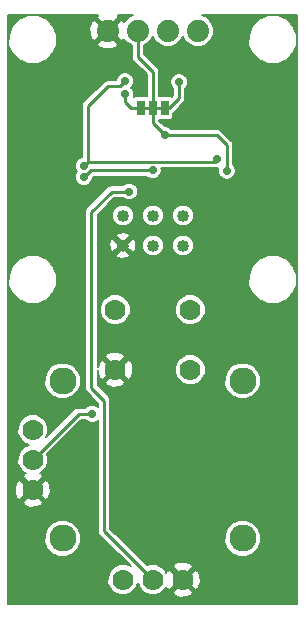
<source format=gbl>
G04 #@! TF.FileFunction,Copper,L2,Bot,Signal*
%FSLAX46Y46*%
G04 Gerber Fmt 4.6, Leading zero omitted, Abs format (unit mm)*
G04 Created by KiCad (PCBNEW 4.0.6) date 02/21/18 15:14:43*
%MOMM*%
%LPD*%
G01*
G04 APERTURE LIST*
%ADD10C,0.100000*%
%ADD11C,0.254000*%
%ADD12C,1.778000*%
%ADD13C,2.286000*%
%ADD14C,1.879600*%
%ADD15C,1.016000*%
%ADD16R,0.635000X1.270000*%
%ADD17C,0.700000*%
%ADD18C,0.250000*%
%ADD19C,0.203200*%
G04 APERTURE END LIST*
D10*
D11*
X149860000Y-99771200D02*
X150876000Y-99771200D01*
X149860000Y-99771200D02*
X148844000Y-99771200D01*
D12*
X146685000Y-116840000D03*
X153035000Y-116840000D03*
X146685000Y-121920000D03*
X153035000Y-121920000D03*
X147320000Y-139700000D03*
X149860000Y-139700000D03*
X152400000Y-139700000D03*
D13*
X142240000Y-122872500D03*
X142240000Y-136207500D03*
X157480000Y-136207500D03*
X157480000Y-122872500D03*
D12*
X139700000Y-127000000D03*
X139700000Y-129540000D03*
X139700000Y-132080000D03*
D14*
X146050000Y-93218000D03*
X148590000Y-93218000D03*
X151130000Y-93218000D03*
X153670000Y-93218000D03*
D15*
X152400000Y-108864400D03*
X152400000Y-111404400D03*
X149860000Y-108864400D03*
X149860000Y-111404400D03*
X147320000Y-108864400D03*
X147320000Y-111404400D03*
D16*
X148844000Y-99771200D03*
X149860000Y-99771200D03*
X150876000Y-99771200D03*
D17*
X147523200Y-98602800D03*
X152095200Y-97586800D03*
X156133800Y-105079800D03*
X150876000Y-102057200D03*
X155321000Y-104063800D03*
X147523200Y-97485200D03*
X144018000Y-104648000D03*
X149860000Y-105040300D03*
X144018000Y-105613200D03*
X147878800Y-106832400D03*
X144693001Y-125664599D03*
D18*
X147523200Y-99263200D02*
X148031200Y-99771200D01*
X148031200Y-99771200D02*
X149047200Y-99771200D01*
X147523200Y-98602800D02*
X147523200Y-99263200D01*
X152095200Y-97586800D02*
X152095200Y-98916300D01*
X152095200Y-98916300D02*
X151240300Y-99771200D01*
X151240300Y-99771200D02*
X150672800Y-99771200D01*
X156133800Y-105079800D02*
X156133800Y-102895400D01*
X156133800Y-102895400D02*
X155295600Y-102057200D01*
X155295600Y-102057200D02*
X153039502Y-102057200D01*
X153039502Y-102057200D02*
X150876000Y-102057200D01*
X149860000Y-99771200D02*
X149860000Y-101041200D01*
X149860000Y-101041200D02*
X150876000Y-102057200D01*
X148590000Y-95402400D02*
X148590000Y-93218000D01*
X149860000Y-96672400D02*
X148590000Y-95402400D01*
X149860000Y-99771200D02*
X149860000Y-96672400D01*
X144367999Y-104298001D02*
X155086799Y-104298001D01*
X155086799Y-104298001D02*
X155321000Y-104063800D01*
X144018000Y-104648000D02*
X144367999Y-104298001D01*
X144367999Y-99624401D02*
X146064601Y-97927799D01*
X146064601Y-97927799D02*
X147080601Y-97927799D01*
X147080601Y-97927799D02*
X147523200Y-97485200D01*
X144367999Y-104298001D02*
X144367999Y-99624401D01*
X144018000Y-105613200D02*
X144590900Y-105040300D01*
X144590900Y-105040300D02*
X149860000Y-105040300D01*
X144653000Y-123469400D02*
X145745200Y-124561600D01*
X145745200Y-124561600D02*
X145745200Y-125984000D01*
X144653000Y-108559600D02*
X144653000Y-123469400D01*
X146380200Y-106832400D02*
X144653000Y-108559600D01*
X147878800Y-106832400D02*
X146380200Y-106832400D01*
X145745200Y-125984000D02*
X145745200Y-135585200D01*
X145745200Y-135585200D02*
X149860000Y-139700000D01*
X144693001Y-125664599D02*
X143575401Y-125664599D01*
X143575401Y-125664599D02*
X139700000Y-129540000D01*
D19*
G36*
X145154240Y-92106714D02*
X146050000Y-93002474D01*
X146945760Y-92106714D01*
X146875575Y-91921400D01*
X148202792Y-91921400D01*
X147828435Y-92076081D01*
X147449412Y-92454443D01*
X147438266Y-92481286D01*
X147411666Y-92417068D01*
X147161286Y-92322240D01*
X146265526Y-93218000D01*
X147161286Y-94113760D01*
X147411666Y-94018932D01*
X147435770Y-93949770D01*
X147448081Y-93979565D01*
X147826443Y-94358588D01*
X148058600Y-94454988D01*
X148058600Y-95402395D01*
X148058599Y-95402400D01*
X148099050Y-95605758D01*
X148214243Y-95778157D01*
X149328600Y-96892513D01*
X149328600Y-98758509D01*
X149322710Y-98754485D01*
X149161500Y-98721839D01*
X148526500Y-98721839D01*
X148375897Y-98750177D01*
X148246428Y-98833488D01*
X148279469Y-98753917D01*
X148279731Y-98453003D01*
X148164819Y-98174893D01*
X148034112Y-98043958D01*
X148164071Y-97914226D01*
X148279469Y-97636317D01*
X148279731Y-97335403D01*
X148164819Y-97057293D01*
X147952226Y-96844329D01*
X147674317Y-96728931D01*
X147373403Y-96728669D01*
X147095293Y-96843581D01*
X146882329Y-97056174D01*
X146766931Y-97334083D01*
X146766877Y-97396399D01*
X146064606Y-97396399D01*
X146064601Y-97396398D01*
X145867105Y-97435683D01*
X145861243Y-97436849D01*
X145688844Y-97552042D01*
X145688842Y-97552045D01*
X143992242Y-99248644D01*
X143877049Y-99421043D01*
X143836598Y-99624401D01*
X143836599Y-99624406D01*
X143836599Y-103904527D01*
X143590093Y-104006381D01*
X143377129Y-104218974D01*
X143261731Y-104496883D01*
X143261469Y-104797797D01*
X143376381Y-105075907D01*
X143430888Y-105130509D01*
X143377129Y-105184174D01*
X143261731Y-105462083D01*
X143261469Y-105762997D01*
X143376381Y-106041107D01*
X143588974Y-106254071D01*
X143866883Y-106369469D01*
X144167797Y-106369731D01*
X144445907Y-106254819D01*
X144658871Y-106042226D01*
X144774269Y-105764317D01*
X144774405Y-105608309D01*
X144811014Y-105571700D01*
X149321694Y-105571700D01*
X149430974Y-105681171D01*
X149708883Y-105796569D01*
X150009797Y-105796831D01*
X150287907Y-105681919D01*
X150500871Y-105469326D01*
X150616269Y-105191417D01*
X150616531Y-104890503D01*
X150591284Y-104829401D01*
X155086794Y-104829401D01*
X155086799Y-104829402D01*
X155158170Y-104815205D01*
X155169883Y-104820069D01*
X155422540Y-104820289D01*
X155377531Y-104928683D01*
X155377269Y-105229597D01*
X155492181Y-105507707D01*
X155704774Y-105720671D01*
X155982683Y-105836069D01*
X156283597Y-105836331D01*
X156561707Y-105721419D01*
X156774671Y-105508826D01*
X156890069Y-105230917D01*
X156890331Y-104930003D01*
X156775419Y-104651893D01*
X156665200Y-104541482D01*
X156665200Y-102895405D01*
X156665201Y-102895400D01*
X156624750Y-102692042D01*
X156555632Y-102588600D01*
X156509557Y-102519643D01*
X156509554Y-102519641D01*
X155671357Y-101681443D01*
X155498958Y-101566250D01*
X155295600Y-101525799D01*
X155295595Y-101525800D01*
X151414306Y-101525800D01*
X151305026Y-101416329D01*
X151027117Y-101300931D01*
X150871109Y-101300795D01*
X150391400Y-100821086D01*
X150391400Y-100783891D01*
X150397290Y-100787915D01*
X150558500Y-100820561D01*
X151193500Y-100820561D01*
X151344103Y-100792223D01*
X151482422Y-100703217D01*
X151575215Y-100567410D01*
X151607861Y-100406200D01*
X151607861Y-100152433D01*
X151616057Y-100146957D01*
X152470954Y-99292059D01*
X152470957Y-99292057D01*
X152586150Y-99119658D01*
X152603621Y-99031826D01*
X152626601Y-98916300D01*
X152626600Y-98916295D01*
X152626600Y-98125106D01*
X152736071Y-98015826D01*
X152851469Y-97737917D01*
X152851731Y-97437003D01*
X152736819Y-97158893D01*
X152524226Y-96945929D01*
X152246317Y-96830531D01*
X151945403Y-96830269D01*
X151667293Y-96945181D01*
X151454329Y-97157774D01*
X151338931Y-97435683D01*
X151338669Y-97736597D01*
X151453581Y-98014707D01*
X151563800Y-98125118D01*
X151563800Y-98696187D01*
X151444293Y-98815694D01*
X151354710Y-98754485D01*
X151193500Y-98721839D01*
X150558500Y-98721839D01*
X150407897Y-98750177D01*
X150391400Y-98760793D01*
X150391400Y-96672400D01*
X150350950Y-96469042D01*
X150235757Y-96296643D01*
X150235754Y-96296641D01*
X149121400Y-95182286D01*
X149121400Y-94455021D01*
X149351565Y-94359919D01*
X149730588Y-93981557D01*
X149860065Y-93669742D01*
X149988081Y-93979565D01*
X150366443Y-94358588D01*
X150861049Y-94563966D01*
X151396601Y-94564434D01*
X151891565Y-94359919D01*
X152270588Y-93981557D01*
X152400065Y-93669742D01*
X152528081Y-93979565D01*
X152906443Y-94358588D01*
X153401049Y-94563966D01*
X153936601Y-94564434D01*
X154364942Y-94387447D01*
X157962244Y-94387447D01*
X158274804Y-95143901D01*
X158853055Y-95723162D01*
X159608962Y-96037042D01*
X160427447Y-96037756D01*
X161183901Y-95725196D01*
X161763162Y-95146945D01*
X162077042Y-94391038D01*
X162077756Y-93572553D01*
X161765196Y-92816099D01*
X161186945Y-92236838D01*
X160431038Y-91922958D01*
X159612553Y-91922244D01*
X158856099Y-92234804D01*
X158276838Y-92813055D01*
X157962958Y-93568962D01*
X157962244Y-94387447D01*
X154364942Y-94387447D01*
X154431565Y-94359919D01*
X154810588Y-93981557D01*
X155015966Y-93486951D01*
X155016434Y-92951399D01*
X154811919Y-92456435D01*
X154433557Y-92077412D01*
X154057838Y-91921400D01*
X162078600Y-91921400D01*
X162078600Y-141758600D01*
X137641400Y-141758600D01*
X137641400Y-136514343D01*
X140690331Y-136514343D01*
X140925716Y-137084018D01*
X141361189Y-137520252D01*
X141930453Y-137756631D01*
X142546843Y-137757169D01*
X143116518Y-137521784D01*
X143552752Y-137086311D01*
X143789131Y-136517047D01*
X143789669Y-135900657D01*
X143554284Y-135330982D01*
X143118811Y-134894748D01*
X142549547Y-134658369D01*
X141933157Y-134657831D01*
X141363482Y-134893216D01*
X140927248Y-135328689D01*
X140690869Y-135897953D01*
X140690331Y-136514343D01*
X137641400Y-136514343D01*
X137641400Y-133154442D01*
X138841084Y-133154442D01*
X138929661Y-133399559D01*
X139493272Y-133593909D01*
X140088357Y-133557781D01*
X140470339Y-133399559D01*
X140558916Y-133154442D01*
X139700000Y-132295526D01*
X138841084Y-133154442D01*
X137641400Y-133154442D01*
X137641400Y-131873272D01*
X138186091Y-131873272D01*
X138222219Y-132468357D01*
X138380441Y-132850339D01*
X138625558Y-132938916D01*
X139484474Y-132080000D01*
X139915526Y-132080000D01*
X140774442Y-132938916D01*
X141019559Y-132850339D01*
X141213909Y-132286728D01*
X141177781Y-131691643D01*
X141019559Y-131309661D01*
X140774442Y-131221084D01*
X139915526Y-132080000D01*
X139484474Y-132080000D01*
X138625558Y-131221084D01*
X138380441Y-131309661D01*
X138186091Y-131873272D01*
X137641400Y-131873272D01*
X137641400Y-127256540D01*
X138404376Y-127256540D01*
X138601173Y-127732826D01*
X138965257Y-128097546D01*
X139381008Y-128270181D01*
X138967174Y-128441173D01*
X138602454Y-128805257D01*
X138404826Y-129281199D01*
X138404376Y-129796540D01*
X138601173Y-130272826D01*
X138965257Y-130637546D01*
X139095646Y-130691688D01*
X138929661Y-130760441D01*
X138841084Y-131005558D01*
X139700000Y-131864474D01*
X140558916Y-131005558D01*
X140470339Y-130760441D01*
X140289455Y-130698067D01*
X140432826Y-130638827D01*
X140797546Y-130274743D01*
X140995174Y-129798801D01*
X140995624Y-129283460D01*
X140911544Y-129079970D01*
X143795514Y-126195999D01*
X144154695Y-126195999D01*
X144263975Y-126305470D01*
X144541884Y-126420868D01*
X144842798Y-126421130D01*
X145120908Y-126306218D01*
X145213800Y-126213488D01*
X145213800Y-135585195D01*
X145213799Y-135585200D01*
X145254250Y-135788558D01*
X145369443Y-135960957D01*
X147979836Y-138571350D01*
X147578801Y-138404826D01*
X147063460Y-138404376D01*
X146587174Y-138601173D01*
X146222454Y-138965257D01*
X146024826Y-139441199D01*
X146024376Y-139956540D01*
X146221173Y-140432826D01*
X146585257Y-140797546D01*
X147061199Y-140995174D01*
X147576540Y-140995624D01*
X148052826Y-140798827D01*
X148417546Y-140434743D01*
X148590181Y-140018992D01*
X148761173Y-140432826D01*
X149125257Y-140797546D01*
X149601199Y-140995174D01*
X150116540Y-140995624D01*
X150592826Y-140798827D01*
X150617253Y-140774442D01*
X151541084Y-140774442D01*
X151629661Y-141019559D01*
X152193272Y-141213909D01*
X152788357Y-141177781D01*
X153170339Y-141019559D01*
X153258916Y-140774442D01*
X152400000Y-139915526D01*
X151541084Y-140774442D01*
X150617253Y-140774442D01*
X150957546Y-140434743D01*
X151011688Y-140304354D01*
X151080441Y-140470339D01*
X151325558Y-140558916D01*
X152184474Y-139700000D01*
X152615526Y-139700000D01*
X153474442Y-140558916D01*
X153719559Y-140470339D01*
X153913909Y-139906728D01*
X153877781Y-139311643D01*
X153719559Y-138929661D01*
X153474442Y-138841084D01*
X152615526Y-139700000D01*
X152184474Y-139700000D01*
X151325558Y-138841084D01*
X151080441Y-138929661D01*
X151018067Y-139110545D01*
X150958827Y-138967174D01*
X150617807Y-138625558D01*
X151541084Y-138625558D01*
X152400000Y-139484474D01*
X153258916Y-138625558D01*
X153170339Y-138380441D01*
X152606728Y-138186091D01*
X152011643Y-138222219D01*
X151629661Y-138380441D01*
X151541084Y-138625558D01*
X150617807Y-138625558D01*
X150594743Y-138602454D01*
X150118801Y-138404826D01*
X149603460Y-138404376D01*
X149399970Y-138488456D01*
X147425857Y-136514343D01*
X155930331Y-136514343D01*
X156165716Y-137084018D01*
X156601189Y-137520252D01*
X157170453Y-137756631D01*
X157786843Y-137757169D01*
X158356518Y-137521784D01*
X158792752Y-137086311D01*
X159029131Y-136517047D01*
X159029669Y-135900657D01*
X158794284Y-135330982D01*
X158358811Y-134894748D01*
X157789547Y-134658369D01*
X157173157Y-134657831D01*
X156603482Y-134893216D01*
X156167248Y-135328689D01*
X155930869Y-135897953D01*
X155930331Y-136514343D01*
X147425857Y-136514343D01*
X146276600Y-135365086D01*
X146276600Y-124561605D01*
X146276601Y-124561600D01*
X146236150Y-124358242D01*
X146120957Y-124185843D01*
X145184400Y-123249286D01*
X145184400Y-122994442D01*
X145826084Y-122994442D01*
X145914661Y-123239559D01*
X146478272Y-123433909D01*
X147073357Y-123397781D01*
X147455339Y-123239559D01*
X147543916Y-122994442D01*
X146685000Y-122135526D01*
X145826084Y-122994442D01*
X145184400Y-122994442D01*
X145184400Y-121932492D01*
X145207219Y-122308357D01*
X145365441Y-122690339D01*
X145610558Y-122778916D01*
X146469474Y-121920000D01*
X146900526Y-121920000D01*
X147759442Y-122778916D01*
X148004559Y-122690339D01*
X148181732Y-122176540D01*
X151739376Y-122176540D01*
X151936173Y-122652826D01*
X152300257Y-123017546D01*
X152776199Y-123215174D01*
X153291540Y-123215624D01*
X153379346Y-123179343D01*
X155930331Y-123179343D01*
X156165716Y-123749018D01*
X156601189Y-124185252D01*
X157170453Y-124421631D01*
X157786843Y-124422169D01*
X158356518Y-124186784D01*
X158792752Y-123751311D01*
X159029131Y-123182047D01*
X159029669Y-122565657D01*
X158794284Y-121995982D01*
X158358811Y-121559748D01*
X157789547Y-121323369D01*
X157173157Y-121322831D01*
X156603482Y-121558216D01*
X156167248Y-121993689D01*
X155930869Y-122562953D01*
X155930331Y-123179343D01*
X153379346Y-123179343D01*
X153767826Y-123018827D01*
X154132546Y-122654743D01*
X154330174Y-122178801D01*
X154330624Y-121663460D01*
X154133827Y-121187174D01*
X153769743Y-120822454D01*
X153293801Y-120624826D01*
X152778460Y-120624376D01*
X152302174Y-120821173D01*
X151937454Y-121185257D01*
X151739826Y-121661199D01*
X151739376Y-122176540D01*
X148181732Y-122176540D01*
X148198909Y-122126728D01*
X148162781Y-121531643D01*
X148004559Y-121149661D01*
X147759442Y-121061084D01*
X146900526Y-121920000D01*
X146469474Y-121920000D01*
X145610558Y-121061084D01*
X145365441Y-121149661D01*
X145184400Y-121674676D01*
X145184400Y-120845558D01*
X145826084Y-120845558D01*
X146685000Y-121704474D01*
X147543916Y-120845558D01*
X147455339Y-120600441D01*
X146891728Y-120406091D01*
X146296643Y-120442219D01*
X145914661Y-120600441D01*
X145826084Y-120845558D01*
X145184400Y-120845558D01*
X145184400Y-117096540D01*
X145389376Y-117096540D01*
X145586173Y-117572826D01*
X145950257Y-117937546D01*
X146426199Y-118135174D01*
X146941540Y-118135624D01*
X147417826Y-117938827D01*
X147782546Y-117574743D01*
X147980174Y-117098801D01*
X147980175Y-117096540D01*
X151739376Y-117096540D01*
X151936173Y-117572826D01*
X152300257Y-117937546D01*
X152776199Y-118135174D01*
X153291540Y-118135624D01*
X153767826Y-117938827D01*
X154132546Y-117574743D01*
X154330174Y-117098801D01*
X154330624Y-116583460D01*
X154133827Y-116107174D01*
X153769743Y-115742454D01*
X153293801Y-115544826D01*
X152778460Y-115544376D01*
X152302174Y-115741173D01*
X151937454Y-116105257D01*
X151739826Y-116581199D01*
X151739376Y-117096540D01*
X147980175Y-117096540D01*
X147980624Y-116583460D01*
X147783827Y-116107174D01*
X147419743Y-115742454D01*
X146943801Y-115544826D01*
X146428460Y-115544376D01*
X145952174Y-115741173D01*
X145587454Y-116105257D01*
X145389826Y-116581199D01*
X145389376Y-117096540D01*
X145184400Y-117096540D01*
X145184400Y-114707447D01*
X157962244Y-114707447D01*
X158274804Y-115463901D01*
X158853055Y-116043162D01*
X159608962Y-116357042D01*
X160427447Y-116357756D01*
X161183901Y-116045196D01*
X161763162Y-115466945D01*
X162077042Y-114711038D01*
X162077756Y-113892553D01*
X161765196Y-113136099D01*
X161186945Y-112556838D01*
X160431038Y-112242958D01*
X159612553Y-112242244D01*
X158856099Y-112554804D01*
X158276838Y-113133055D01*
X157962958Y-113888962D01*
X157962244Y-114707447D01*
X145184400Y-114707447D01*
X145184400Y-112201775D01*
X146738151Y-112201775D01*
X146779534Y-112407567D01*
X147204570Y-112538033D01*
X147647179Y-112495913D01*
X147860466Y-112407567D01*
X147901849Y-112201775D01*
X147320000Y-111619926D01*
X146738151Y-112201775D01*
X145184400Y-112201775D01*
X145184400Y-111288970D01*
X146186367Y-111288970D01*
X146228487Y-111731579D01*
X146316833Y-111944866D01*
X146522625Y-111986249D01*
X147104474Y-111404400D01*
X147535526Y-111404400D01*
X148117375Y-111986249D01*
X148323167Y-111944866D01*
X148433479Y-111585487D01*
X148945442Y-111585487D01*
X149084358Y-111921689D01*
X149341358Y-112179138D01*
X149677317Y-112318641D01*
X150041087Y-112318958D01*
X150377289Y-112180042D01*
X150634738Y-111923042D01*
X150774241Y-111587083D01*
X150774242Y-111585487D01*
X151485442Y-111585487D01*
X151624358Y-111921689D01*
X151881358Y-112179138D01*
X152217317Y-112318641D01*
X152581087Y-112318958D01*
X152917289Y-112180042D01*
X153174738Y-111923042D01*
X153314241Y-111587083D01*
X153314558Y-111223313D01*
X153175642Y-110887111D01*
X152918642Y-110629662D01*
X152582683Y-110490159D01*
X152218913Y-110489842D01*
X151882711Y-110628758D01*
X151625262Y-110885758D01*
X151485759Y-111221717D01*
X151485442Y-111585487D01*
X150774242Y-111585487D01*
X150774558Y-111223313D01*
X150635642Y-110887111D01*
X150378642Y-110629662D01*
X150042683Y-110490159D01*
X149678913Y-110489842D01*
X149342711Y-110628758D01*
X149085262Y-110885758D01*
X148945759Y-111221717D01*
X148945442Y-111585487D01*
X148433479Y-111585487D01*
X148453633Y-111519830D01*
X148411513Y-111077221D01*
X148323167Y-110863934D01*
X148117375Y-110822551D01*
X147535526Y-111404400D01*
X147104474Y-111404400D01*
X146522625Y-110822551D01*
X146316833Y-110863934D01*
X146186367Y-111288970D01*
X145184400Y-111288970D01*
X145184400Y-110607025D01*
X146738151Y-110607025D01*
X147320000Y-111188874D01*
X147901849Y-110607025D01*
X147860466Y-110401233D01*
X147435430Y-110270767D01*
X146992821Y-110312887D01*
X146779534Y-110401233D01*
X146738151Y-110607025D01*
X145184400Y-110607025D01*
X145184400Y-109045487D01*
X146405442Y-109045487D01*
X146544358Y-109381689D01*
X146801358Y-109639138D01*
X147137317Y-109778641D01*
X147501087Y-109778958D01*
X147837289Y-109640042D01*
X148094738Y-109383042D01*
X148234241Y-109047083D01*
X148234242Y-109045487D01*
X148945442Y-109045487D01*
X149084358Y-109381689D01*
X149341358Y-109639138D01*
X149677317Y-109778641D01*
X150041087Y-109778958D01*
X150377289Y-109640042D01*
X150634738Y-109383042D01*
X150774241Y-109047083D01*
X150774242Y-109045487D01*
X151485442Y-109045487D01*
X151624358Y-109381689D01*
X151881358Y-109639138D01*
X152217317Y-109778641D01*
X152581087Y-109778958D01*
X152917289Y-109640042D01*
X153174738Y-109383042D01*
X153314241Y-109047083D01*
X153314558Y-108683313D01*
X153175642Y-108347111D01*
X152918642Y-108089662D01*
X152582683Y-107950159D01*
X152218913Y-107949842D01*
X151882711Y-108088758D01*
X151625262Y-108345758D01*
X151485759Y-108681717D01*
X151485442Y-109045487D01*
X150774242Y-109045487D01*
X150774558Y-108683313D01*
X150635642Y-108347111D01*
X150378642Y-108089662D01*
X150042683Y-107950159D01*
X149678913Y-107949842D01*
X149342711Y-108088758D01*
X149085262Y-108345758D01*
X148945759Y-108681717D01*
X148945442Y-109045487D01*
X148234242Y-109045487D01*
X148234558Y-108683313D01*
X148095642Y-108347111D01*
X147838642Y-108089662D01*
X147502683Y-107950159D01*
X147138913Y-107949842D01*
X146802711Y-108088758D01*
X146545262Y-108345758D01*
X146405759Y-108681717D01*
X146405442Y-109045487D01*
X145184400Y-109045487D01*
X145184400Y-108779714D01*
X146600313Y-107363800D01*
X147340494Y-107363800D01*
X147449774Y-107473271D01*
X147727683Y-107588669D01*
X148028597Y-107588931D01*
X148306707Y-107474019D01*
X148519671Y-107261426D01*
X148635069Y-106983517D01*
X148635331Y-106682603D01*
X148520419Y-106404493D01*
X148307826Y-106191529D01*
X148029917Y-106076131D01*
X147729003Y-106075869D01*
X147450893Y-106190781D01*
X147340482Y-106301000D01*
X146380205Y-106301000D01*
X146380200Y-106300999D01*
X146176842Y-106341450D01*
X146004443Y-106456643D01*
X146004441Y-106456646D01*
X144277243Y-108183843D01*
X144162050Y-108356242D01*
X144121599Y-108559600D01*
X144121600Y-108559605D01*
X144121600Y-123469395D01*
X144121599Y-123469400D01*
X144162050Y-123672758D01*
X144277243Y-123845157D01*
X145213800Y-124781714D01*
X145213800Y-125115661D01*
X145122027Y-125023728D01*
X144844118Y-124908330D01*
X144543204Y-124908068D01*
X144265094Y-125022980D01*
X144154683Y-125133199D01*
X143575406Y-125133199D01*
X143575401Y-125133198D01*
X143372043Y-125173649D01*
X143199644Y-125288842D01*
X143199642Y-125288845D01*
X140828650Y-127659837D01*
X140995174Y-127258801D01*
X140995624Y-126743460D01*
X140798827Y-126267174D01*
X140434743Y-125902454D01*
X139958801Y-125704826D01*
X139443460Y-125704376D01*
X138967174Y-125901173D01*
X138602454Y-126265257D01*
X138404826Y-126741199D01*
X138404376Y-127256540D01*
X137641400Y-127256540D01*
X137641400Y-123179343D01*
X140690331Y-123179343D01*
X140925716Y-123749018D01*
X141361189Y-124185252D01*
X141930453Y-124421631D01*
X142546843Y-124422169D01*
X143116518Y-124186784D01*
X143552752Y-123751311D01*
X143789131Y-123182047D01*
X143789669Y-122565657D01*
X143554284Y-121995982D01*
X143118811Y-121559748D01*
X142549547Y-121323369D01*
X141933157Y-121322831D01*
X141363482Y-121558216D01*
X140927248Y-121993689D01*
X140690869Y-122562953D01*
X140690331Y-123179343D01*
X137641400Y-123179343D01*
X137641400Y-114707447D01*
X137642244Y-114707447D01*
X137954804Y-115463901D01*
X138533055Y-116043162D01*
X139288962Y-116357042D01*
X140107447Y-116357756D01*
X140863901Y-116045196D01*
X141443162Y-115466945D01*
X141757042Y-114711038D01*
X141757756Y-113892553D01*
X141445196Y-113136099D01*
X140866945Y-112556838D01*
X140111038Y-112242958D01*
X139292553Y-112242244D01*
X138536099Y-112554804D01*
X137956838Y-113133055D01*
X137642958Y-113888962D01*
X137642244Y-114707447D01*
X137641400Y-114707447D01*
X137641400Y-94387447D01*
X137642244Y-94387447D01*
X137954804Y-95143901D01*
X138533055Y-95723162D01*
X139288962Y-96037042D01*
X140107447Y-96037756D01*
X140863901Y-95725196D01*
X141443162Y-95146945D01*
X141757042Y-94391038D01*
X141757095Y-94329286D01*
X145154240Y-94329286D01*
X145249068Y-94579666D01*
X145831122Y-94782519D01*
X146446499Y-94747188D01*
X146850932Y-94579666D01*
X146945760Y-94329286D01*
X146050000Y-93433526D01*
X145154240Y-94329286D01*
X141757095Y-94329286D01*
X141757756Y-93572553D01*
X141520820Y-92999122D01*
X144485481Y-92999122D01*
X144520812Y-93614499D01*
X144688334Y-94018932D01*
X144938714Y-94113760D01*
X145834474Y-93218000D01*
X144938714Y-92322240D01*
X144688334Y-92417068D01*
X144485481Y-92999122D01*
X141520820Y-92999122D01*
X141445196Y-92816099D01*
X140866945Y-92236838D01*
X140111038Y-91922958D01*
X139292553Y-91922244D01*
X138536099Y-92234804D01*
X137956838Y-92813055D01*
X137642958Y-93568962D01*
X137642244Y-94387447D01*
X137641400Y-94387447D01*
X137641400Y-91921400D01*
X145224425Y-91921400D01*
X145154240Y-92106714D01*
X145154240Y-92106714D01*
G37*
X145154240Y-92106714D02*
X146050000Y-93002474D01*
X146945760Y-92106714D01*
X146875575Y-91921400D01*
X148202792Y-91921400D01*
X147828435Y-92076081D01*
X147449412Y-92454443D01*
X147438266Y-92481286D01*
X147411666Y-92417068D01*
X147161286Y-92322240D01*
X146265526Y-93218000D01*
X147161286Y-94113760D01*
X147411666Y-94018932D01*
X147435770Y-93949770D01*
X147448081Y-93979565D01*
X147826443Y-94358588D01*
X148058600Y-94454988D01*
X148058600Y-95402395D01*
X148058599Y-95402400D01*
X148099050Y-95605758D01*
X148214243Y-95778157D01*
X149328600Y-96892513D01*
X149328600Y-98758509D01*
X149322710Y-98754485D01*
X149161500Y-98721839D01*
X148526500Y-98721839D01*
X148375897Y-98750177D01*
X148246428Y-98833488D01*
X148279469Y-98753917D01*
X148279731Y-98453003D01*
X148164819Y-98174893D01*
X148034112Y-98043958D01*
X148164071Y-97914226D01*
X148279469Y-97636317D01*
X148279731Y-97335403D01*
X148164819Y-97057293D01*
X147952226Y-96844329D01*
X147674317Y-96728931D01*
X147373403Y-96728669D01*
X147095293Y-96843581D01*
X146882329Y-97056174D01*
X146766931Y-97334083D01*
X146766877Y-97396399D01*
X146064606Y-97396399D01*
X146064601Y-97396398D01*
X145867105Y-97435683D01*
X145861243Y-97436849D01*
X145688844Y-97552042D01*
X145688842Y-97552045D01*
X143992242Y-99248644D01*
X143877049Y-99421043D01*
X143836598Y-99624401D01*
X143836599Y-99624406D01*
X143836599Y-103904527D01*
X143590093Y-104006381D01*
X143377129Y-104218974D01*
X143261731Y-104496883D01*
X143261469Y-104797797D01*
X143376381Y-105075907D01*
X143430888Y-105130509D01*
X143377129Y-105184174D01*
X143261731Y-105462083D01*
X143261469Y-105762997D01*
X143376381Y-106041107D01*
X143588974Y-106254071D01*
X143866883Y-106369469D01*
X144167797Y-106369731D01*
X144445907Y-106254819D01*
X144658871Y-106042226D01*
X144774269Y-105764317D01*
X144774405Y-105608309D01*
X144811014Y-105571700D01*
X149321694Y-105571700D01*
X149430974Y-105681171D01*
X149708883Y-105796569D01*
X150009797Y-105796831D01*
X150287907Y-105681919D01*
X150500871Y-105469326D01*
X150616269Y-105191417D01*
X150616531Y-104890503D01*
X150591284Y-104829401D01*
X155086794Y-104829401D01*
X155086799Y-104829402D01*
X155158170Y-104815205D01*
X155169883Y-104820069D01*
X155422540Y-104820289D01*
X155377531Y-104928683D01*
X155377269Y-105229597D01*
X155492181Y-105507707D01*
X155704774Y-105720671D01*
X155982683Y-105836069D01*
X156283597Y-105836331D01*
X156561707Y-105721419D01*
X156774671Y-105508826D01*
X156890069Y-105230917D01*
X156890331Y-104930003D01*
X156775419Y-104651893D01*
X156665200Y-104541482D01*
X156665200Y-102895405D01*
X156665201Y-102895400D01*
X156624750Y-102692042D01*
X156555632Y-102588600D01*
X156509557Y-102519643D01*
X156509554Y-102519641D01*
X155671357Y-101681443D01*
X155498958Y-101566250D01*
X155295600Y-101525799D01*
X155295595Y-101525800D01*
X151414306Y-101525800D01*
X151305026Y-101416329D01*
X151027117Y-101300931D01*
X150871109Y-101300795D01*
X150391400Y-100821086D01*
X150391400Y-100783891D01*
X150397290Y-100787915D01*
X150558500Y-100820561D01*
X151193500Y-100820561D01*
X151344103Y-100792223D01*
X151482422Y-100703217D01*
X151575215Y-100567410D01*
X151607861Y-100406200D01*
X151607861Y-100152433D01*
X151616057Y-100146957D01*
X152470954Y-99292059D01*
X152470957Y-99292057D01*
X152586150Y-99119658D01*
X152603621Y-99031826D01*
X152626601Y-98916300D01*
X152626600Y-98916295D01*
X152626600Y-98125106D01*
X152736071Y-98015826D01*
X152851469Y-97737917D01*
X152851731Y-97437003D01*
X152736819Y-97158893D01*
X152524226Y-96945929D01*
X152246317Y-96830531D01*
X151945403Y-96830269D01*
X151667293Y-96945181D01*
X151454329Y-97157774D01*
X151338931Y-97435683D01*
X151338669Y-97736597D01*
X151453581Y-98014707D01*
X151563800Y-98125118D01*
X151563800Y-98696187D01*
X151444293Y-98815694D01*
X151354710Y-98754485D01*
X151193500Y-98721839D01*
X150558500Y-98721839D01*
X150407897Y-98750177D01*
X150391400Y-98760793D01*
X150391400Y-96672400D01*
X150350950Y-96469042D01*
X150235757Y-96296643D01*
X150235754Y-96296641D01*
X149121400Y-95182286D01*
X149121400Y-94455021D01*
X149351565Y-94359919D01*
X149730588Y-93981557D01*
X149860065Y-93669742D01*
X149988081Y-93979565D01*
X150366443Y-94358588D01*
X150861049Y-94563966D01*
X151396601Y-94564434D01*
X151891565Y-94359919D01*
X152270588Y-93981557D01*
X152400065Y-93669742D01*
X152528081Y-93979565D01*
X152906443Y-94358588D01*
X153401049Y-94563966D01*
X153936601Y-94564434D01*
X154364942Y-94387447D01*
X157962244Y-94387447D01*
X158274804Y-95143901D01*
X158853055Y-95723162D01*
X159608962Y-96037042D01*
X160427447Y-96037756D01*
X161183901Y-95725196D01*
X161763162Y-95146945D01*
X162077042Y-94391038D01*
X162077756Y-93572553D01*
X161765196Y-92816099D01*
X161186945Y-92236838D01*
X160431038Y-91922958D01*
X159612553Y-91922244D01*
X158856099Y-92234804D01*
X158276838Y-92813055D01*
X157962958Y-93568962D01*
X157962244Y-94387447D01*
X154364942Y-94387447D01*
X154431565Y-94359919D01*
X154810588Y-93981557D01*
X155015966Y-93486951D01*
X155016434Y-92951399D01*
X154811919Y-92456435D01*
X154433557Y-92077412D01*
X154057838Y-91921400D01*
X162078600Y-91921400D01*
X162078600Y-141758600D01*
X137641400Y-141758600D01*
X137641400Y-136514343D01*
X140690331Y-136514343D01*
X140925716Y-137084018D01*
X141361189Y-137520252D01*
X141930453Y-137756631D01*
X142546843Y-137757169D01*
X143116518Y-137521784D01*
X143552752Y-137086311D01*
X143789131Y-136517047D01*
X143789669Y-135900657D01*
X143554284Y-135330982D01*
X143118811Y-134894748D01*
X142549547Y-134658369D01*
X141933157Y-134657831D01*
X141363482Y-134893216D01*
X140927248Y-135328689D01*
X140690869Y-135897953D01*
X140690331Y-136514343D01*
X137641400Y-136514343D01*
X137641400Y-133154442D01*
X138841084Y-133154442D01*
X138929661Y-133399559D01*
X139493272Y-133593909D01*
X140088357Y-133557781D01*
X140470339Y-133399559D01*
X140558916Y-133154442D01*
X139700000Y-132295526D01*
X138841084Y-133154442D01*
X137641400Y-133154442D01*
X137641400Y-131873272D01*
X138186091Y-131873272D01*
X138222219Y-132468357D01*
X138380441Y-132850339D01*
X138625558Y-132938916D01*
X139484474Y-132080000D01*
X139915526Y-132080000D01*
X140774442Y-132938916D01*
X141019559Y-132850339D01*
X141213909Y-132286728D01*
X141177781Y-131691643D01*
X141019559Y-131309661D01*
X140774442Y-131221084D01*
X139915526Y-132080000D01*
X139484474Y-132080000D01*
X138625558Y-131221084D01*
X138380441Y-131309661D01*
X138186091Y-131873272D01*
X137641400Y-131873272D01*
X137641400Y-127256540D01*
X138404376Y-127256540D01*
X138601173Y-127732826D01*
X138965257Y-128097546D01*
X139381008Y-128270181D01*
X138967174Y-128441173D01*
X138602454Y-128805257D01*
X138404826Y-129281199D01*
X138404376Y-129796540D01*
X138601173Y-130272826D01*
X138965257Y-130637546D01*
X139095646Y-130691688D01*
X138929661Y-130760441D01*
X138841084Y-131005558D01*
X139700000Y-131864474D01*
X140558916Y-131005558D01*
X140470339Y-130760441D01*
X140289455Y-130698067D01*
X140432826Y-130638827D01*
X140797546Y-130274743D01*
X140995174Y-129798801D01*
X140995624Y-129283460D01*
X140911544Y-129079970D01*
X143795514Y-126195999D01*
X144154695Y-126195999D01*
X144263975Y-126305470D01*
X144541884Y-126420868D01*
X144842798Y-126421130D01*
X145120908Y-126306218D01*
X145213800Y-126213488D01*
X145213800Y-135585195D01*
X145213799Y-135585200D01*
X145254250Y-135788558D01*
X145369443Y-135960957D01*
X147979836Y-138571350D01*
X147578801Y-138404826D01*
X147063460Y-138404376D01*
X146587174Y-138601173D01*
X146222454Y-138965257D01*
X146024826Y-139441199D01*
X146024376Y-139956540D01*
X146221173Y-140432826D01*
X146585257Y-140797546D01*
X147061199Y-140995174D01*
X147576540Y-140995624D01*
X148052826Y-140798827D01*
X148417546Y-140434743D01*
X148590181Y-140018992D01*
X148761173Y-140432826D01*
X149125257Y-140797546D01*
X149601199Y-140995174D01*
X150116540Y-140995624D01*
X150592826Y-140798827D01*
X150617253Y-140774442D01*
X151541084Y-140774442D01*
X151629661Y-141019559D01*
X152193272Y-141213909D01*
X152788357Y-141177781D01*
X153170339Y-141019559D01*
X153258916Y-140774442D01*
X152400000Y-139915526D01*
X151541084Y-140774442D01*
X150617253Y-140774442D01*
X150957546Y-140434743D01*
X151011688Y-140304354D01*
X151080441Y-140470339D01*
X151325558Y-140558916D01*
X152184474Y-139700000D01*
X152615526Y-139700000D01*
X153474442Y-140558916D01*
X153719559Y-140470339D01*
X153913909Y-139906728D01*
X153877781Y-139311643D01*
X153719559Y-138929661D01*
X153474442Y-138841084D01*
X152615526Y-139700000D01*
X152184474Y-139700000D01*
X151325558Y-138841084D01*
X151080441Y-138929661D01*
X151018067Y-139110545D01*
X150958827Y-138967174D01*
X150617807Y-138625558D01*
X151541084Y-138625558D01*
X152400000Y-139484474D01*
X153258916Y-138625558D01*
X153170339Y-138380441D01*
X152606728Y-138186091D01*
X152011643Y-138222219D01*
X151629661Y-138380441D01*
X151541084Y-138625558D01*
X150617807Y-138625558D01*
X150594743Y-138602454D01*
X150118801Y-138404826D01*
X149603460Y-138404376D01*
X149399970Y-138488456D01*
X147425857Y-136514343D01*
X155930331Y-136514343D01*
X156165716Y-137084018D01*
X156601189Y-137520252D01*
X157170453Y-137756631D01*
X157786843Y-137757169D01*
X158356518Y-137521784D01*
X158792752Y-137086311D01*
X159029131Y-136517047D01*
X159029669Y-135900657D01*
X158794284Y-135330982D01*
X158358811Y-134894748D01*
X157789547Y-134658369D01*
X157173157Y-134657831D01*
X156603482Y-134893216D01*
X156167248Y-135328689D01*
X155930869Y-135897953D01*
X155930331Y-136514343D01*
X147425857Y-136514343D01*
X146276600Y-135365086D01*
X146276600Y-124561605D01*
X146276601Y-124561600D01*
X146236150Y-124358242D01*
X146120957Y-124185843D01*
X145184400Y-123249286D01*
X145184400Y-122994442D01*
X145826084Y-122994442D01*
X145914661Y-123239559D01*
X146478272Y-123433909D01*
X147073357Y-123397781D01*
X147455339Y-123239559D01*
X147543916Y-122994442D01*
X146685000Y-122135526D01*
X145826084Y-122994442D01*
X145184400Y-122994442D01*
X145184400Y-121932492D01*
X145207219Y-122308357D01*
X145365441Y-122690339D01*
X145610558Y-122778916D01*
X146469474Y-121920000D01*
X146900526Y-121920000D01*
X147759442Y-122778916D01*
X148004559Y-122690339D01*
X148181732Y-122176540D01*
X151739376Y-122176540D01*
X151936173Y-122652826D01*
X152300257Y-123017546D01*
X152776199Y-123215174D01*
X153291540Y-123215624D01*
X153379346Y-123179343D01*
X155930331Y-123179343D01*
X156165716Y-123749018D01*
X156601189Y-124185252D01*
X157170453Y-124421631D01*
X157786843Y-124422169D01*
X158356518Y-124186784D01*
X158792752Y-123751311D01*
X159029131Y-123182047D01*
X159029669Y-122565657D01*
X158794284Y-121995982D01*
X158358811Y-121559748D01*
X157789547Y-121323369D01*
X157173157Y-121322831D01*
X156603482Y-121558216D01*
X156167248Y-121993689D01*
X155930869Y-122562953D01*
X155930331Y-123179343D01*
X153379346Y-123179343D01*
X153767826Y-123018827D01*
X154132546Y-122654743D01*
X154330174Y-122178801D01*
X154330624Y-121663460D01*
X154133827Y-121187174D01*
X153769743Y-120822454D01*
X153293801Y-120624826D01*
X152778460Y-120624376D01*
X152302174Y-120821173D01*
X151937454Y-121185257D01*
X151739826Y-121661199D01*
X151739376Y-122176540D01*
X148181732Y-122176540D01*
X148198909Y-122126728D01*
X148162781Y-121531643D01*
X148004559Y-121149661D01*
X147759442Y-121061084D01*
X146900526Y-121920000D01*
X146469474Y-121920000D01*
X145610558Y-121061084D01*
X145365441Y-121149661D01*
X145184400Y-121674676D01*
X145184400Y-120845558D01*
X145826084Y-120845558D01*
X146685000Y-121704474D01*
X147543916Y-120845558D01*
X147455339Y-120600441D01*
X146891728Y-120406091D01*
X146296643Y-120442219D01*
X145914661Y-120600441D01*
X145826084Y-120845558D01*
X145184400Y-120845558D01*
X145184400Y-117096540D01*
X145389376Y-117096540D01*
X145586173Y-117572826D01*
X145950257Y-117937546D01*
X146426199Y-118135174D01*
X146941540Y-118135624D01*
X147417826Y-117938827D01*
X147782546Y-117574743D01*
X147980174Y-117098801D01*
X147980175Y-117096540D01*
X151739376Y-117096540D01*
X151936173Y-117572826D01*
X152300257Y-117937546D01*
X152776199Y-118135174D01*
X153291540Y-118135624D01*
X153767826Y-117938827D01*
X154132546Y-117574743D01*
X154330174Y-117098801D01*
X154330624Y-116583460D01*
X154133827Y-116107174D01*
X153769743Y-115742454D01*
X153293801Y-115544826D01*
X152778460Y-115544376D01*
X152302174Y-115741173D01*
X151937454Y-116105257D01*
X151739826Y-116581199D01*
X151739376Y-117096540D01*
X147980175Y-117096540D01*
X147980624Y-116583460D01*
X147783827Y-116107174D01*
X147419743Y-115742454D01*
X146943801Y-115544826D01*
X146428460Y-115544376D01*
X145952174Y-115741173D01*
X145587454Y-116105257D01*
X145389826Y-116581199D01*
X145389376Y-117096540D01*
X145184400Y-117096540D01*
X145184400Y-114707447D01*
X157962244Y-114707447D01*
X158274804Y-115463901D01*
X158853055Y-116043162D01*
X159608962Y-116357042D01*
X160427447Y-116357756D01*
X161183901Y-116045196D01*
X161763162Y-115466945D01*
X162077042Y-114711038D01*
X162077756Y-113892553D01*
X161765196Y-113136099D01*
X161186945Y-112556838D01*
X160431038Y-112242958D01*
X159612553Y-112242244D01*
X158856099Y-112554804D01*
X158276838Y-113133055D01*
X157962958Y-113888962D01*
X157962244Y-114707447D01*
X145184400Y-114707447D01*
X145184400Y-112201775D01*
X146738151Y-112201775D01*
X146779534Y-112407567D01*
X147204570Y-112538033D01*
X147647179Y-112495913D01*
X147860466Y-112407567D01*
X147901849Y-112201775D01*
X147320000Y-111619926D01*
X146738151Y-112201775D01*
X145184400Y-112201775D01*
X145184400Y-111288970D01*
X146186367Y-111288970D01*
X146228487Y-111731579D01*
X146316833Y-111944866D01*
X146522625Y-111986249D01*
X147104474Y-111404400D01*
X147535526Y-111404400D01*
X148117375Y-111986249D01*
X148323167Y-111944866D01*
X148433479Y-111585487D01*
X148945442Y-111585487D01*
X149084358Y-111921689D01*
X149341358Y-112179138D01*
X149677317Y-112318641D01*
X150041087Y-112318958D01*
X150377289Y-112180042D01*
X150634738Y-111923042D01*
X150774241Y-111587083D01*
X150774242Y-111585487D01*
X151485442Y-111585487D01*
X151624358Y-111921689D01*
X151881358Y-112179138D01*
X152217317Y-112318641D01*
X152581087Y-112318958D01*
X152917289Y-112180042D01*
X153174738Y-111923042D01*
X153314241Y-111587083D01*
X153314558Y-111223313D01*
X153175642Y-110887111D01*
X152918642Y-110629662D01*
X152582683Y-110490159D01*
X152218913Y-110489842D01*
X151882711Y-110628758D01*
X151625262Y-110885758D01*
X151485759Y-111221717D01*
X151485442Y-111585487D01*
X150774242Y-111585487D01*
X150774558Y-111223313D01*
X150635642Y-110887111D01*
X150378642Y-110629662D01*
X150042683Y-110490159D01*
X149678913Y-110489842D01*
X149342711Y-110628758D01*
X149085262Y-110885758D01*
X148945759Y-111221717D01*
X148945442Y-111585487D01*
X148433479Y-111585487D01*
X148453633Y-111519830D01*
X148411513Y-111077221D01*
X148323167Y-110863934D01*
X148117375Y-110822551D01*
X147535526Y-111404400D01*
X147104474Y-111404400D01*
X146522625Y-110822551D01*
X146316833Y-110863934D01*
X146186367Y-111288970D01*
X145184400Y-111288970D01*
X145184400Y-110607025D01*
X146738151Y-110607025D01*
X147320000Y-111188874D01*
X147901849Y-110607025D01*
X147860466Y-110401233D01*
X147435430Y-110270767D01*
X146992821Y-110312887D01*
X146779534Y-110401233D01*
X146738151Y-110607025D01*
X145184400Y-110607025D01*
X145184400Y-109045487D01*
X146405442Y-109045487D01*
X146544358Y-109381689D01*
X146801358Y-109639138D01*
X147137317Y-109778641D01*
X147501087Y-109778958D01*
X147837289Y-109640042D01*
X148094738Y-109383042D01*
X148234241Y-109047083D01*
X148234242Y-109045487D01*
X148945442Y-109045487D01*
X149084358Y-109381689D01*
X149341358Y-109639138D01*
X149677317Y-109778641D01*
X150041087Y-109778958D01*
X150377289Y-109640042D01*
X150634738Y-109383042D01*
X150774241Y-109047083D01*
X150774242Y-109045487D01*
X151485442Y-109045487D01*
X151624358Y-109381689D01*
X151881358Y-109639138D01*
X152217317Y-109778641D01*
X152581087Y-109778958D01*
X152917289Y-109640042D01*
X153174738Y-109383042D01*
X153314241Y-109047083D01*
X153314558Y-108683313D01*
X153175642Y-108347111D01*
X152918642Y-108089662D01*
X152582683Y-107950159D01*
X152218913Y-107949842D01*
X151882711Y-108088758D01*
X151625262Y-108345758D01*
X151485759Y-108681717D01*
X151485442Y-109045487D01*
X150774242Y-109045487D01*
X150774558Y-108683313D01*
X150635642Y-108347111D01*
X150378642Y-108089662D01*
X150042683Y-107950159D01*
X149678913Y-107949842D01*
X149342711Y-108088758D01*
X149085262Y-108345758D01*
X148945759Y-108681717D01*
X148945442Y-109045487D01*
X148234242Y-109045487D01*
X148234558Y-108683313D01*
X148095642Y-108347111D01*
X147838642Y-108089662D01*
X147502683Y-107950159D01*
X147138913Y-107949842D01*
X146802711Y-108088758D01*
X146545262Y-108345758D01*
X146405759Y-108681717D01*
X146405442Y-109045487D01*
X145184400Y-109045487D01*
X145184400Y-108779714D01*
X146600313Y-107363800D01*
X147340494Y-107363800D01*
X147449774Y-107473271D01*
X147727683Y-107588669D01*
X148028597Y-107588931D01*
X148306707Y-107474019D01*
X148519671Y-107261426D01*
X148635069Y-106983517D01*
X148635331Y-106682603D01*
X148520419Y-106404493D01*
X148307826Y-106191529D01*
X148029917Y-106076131D01*
X147729003Y-106075869D01*
X147450893Y-106190781D01*
X147340482Y-106301000D01*
X146380205Y-106301000D01*
X146380200Y-106300999D01*
X146176842Y-106341450D01*
X146004443Y-106456643D01*
X146004441Y-106456646D01*
X144277243Y-108183843D01*
X144162050Y-108356242D01*
X144121599Y-108559600D01*
X144121600Y-108559605D01*
X144121600Y-123469395D01*
X144121599Y-123469400D01*
X144162050Y-123672758D01*
X144277243Y-123845157D01*
X145213800Y-124781714D01*
X145213800Y-125115661D01*
X145122027Y-125023728D01*
X144844118Y-124908330D01*
X144543204Y-124908068D01*
X144265094Y-125022980D01*
X144154683Y-125133199D01*
X143575406Y-125133199D01*
X143575401Y-125133198D01*
X143372043Y-125173649D01*
X143199644Y-125288842D01*
X143199642Y-125288845D01*
X140828650Y-127659837D01*
X140995174Y-127258801D01*
X140995624Y-126743460D01*
X140798827Y-126267174D01*
X140434743Y-125902454D01*
X139958801Y-125704826D01*
X139443460Y-125704376D01*
X138967174Y-125901173D01*
X138602454Y-126265257D01*
X138404826Y-126741199D01*
X138404376Y-127256540D01*
X137641400Y-127256540D01*
X137641400Y-123179343D01*
X140690331Y-123179343D01*
X140925716Y-123749018D01*
X141361189Y-124185252D01*
X141930453Y-124421631D01*
X142546843Y-124422169D01*
X143116518Y-124186784D01*
X143552752Y-123751311D01*
X143789131Y-123182047D01*
X143789669Y-122565657D01*
X143554284Y-121995982D01*
X143118811Y-121559748D01*
X142549547Y-121323369D01*
X141933157Y-121322831D01*
X141363482Y-121558216D01*
X140927248Y-121993689D01*
X140690869Y-122562953D01*
X140690331Y-123179343D01*
X137641400Y-123179343D01*
X137641400Y-114707447D01*
X137642244Y-114707447D01*
X137954804Y-115463901D01*
X138533055Y-116043162D01*
X139288962Y-116357042D01*
X140107447Y-116357756D01*
X140863901Y-116045196D01*
X141443162Y-115466945D01*
X141757042Y-114711038D01*
X141757756Y-113892553D01*
X141445196Y-113136099D01*
X140866945Y-112556838D01*
X140111038Y-112242958D01*
X139292553Y-112242244D01*
X138536099Y-112554804D01*
X137956838Y-113133055D01*
X137642958Y-113888962D01*
X137642244Y-114707447D01*
X137641400Y-114707447D01*
X137641400Y-94387447D01*
X137642244Y-94387447D01*
X137954804Y-95143901D01*
X138533055Y-95723162D01*
X139288962Y-96037042D01*
X140107447Y-96037756D01*
X140863901Y-95725196D01*
X141443162Y-95146945D01*
X141757042Y-94391038D01*
X141757095Y-94329286D01*
X145154240Y-94329286D01*
X145249068Y-94579666D01*
X145831122Y-94782519D01*
X146446499Y-94747188D01*
X146850932Y-94579666D01*
X146945760Y-94329286D01*
X146050000Y-93433526D01*
X145154240Y-94329286D01*
X141757095Y-94329286D01*
X141757756Y-93572553D01*
X141520820Y-92999122D01*
X144485481Y-92999122D01*
X144520812Y-93614499D01*
X144688334Y-94018932D01*
X144938714Y-94113760D01*
X145834474Y-93218000D01*
X144938714Y-92322240D01*
X144688334Y-92417068D01*
X144485481Y-92999122D01*
X141520820Y-92999122D01*
X141445196Y-92816099D01*
X140866945Y-92236838D01*
X140111038Y-91922958D01*
X139292553Y-91922244D01*
X138536099Y-92234804D01*
X137956838Y-92813055D01*
X137642958Y-93568962D01*
X137642244Y-94387447D01*
X137641400Y-94387447D01*
X137641400Y-91921400D01*
X145224425Y-91921400D01*
X145154240Y-92106714D01*
M02*

</source>
